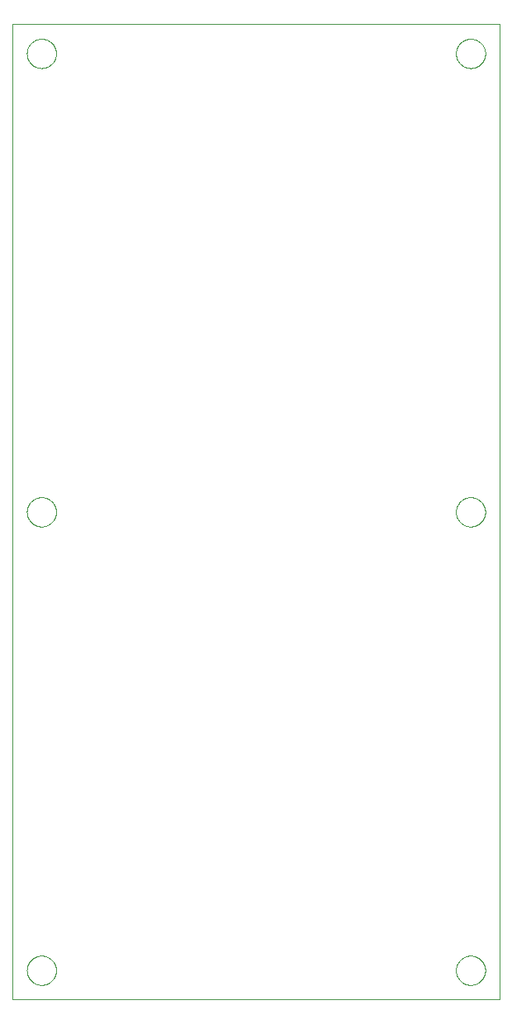
<source format=gbo>
G75*
%MOIN*%
%OFA0B0*%
%FSLAX25Y25*%
%IPPOS*%
%LPD*%
%AMOC8*
5,1,8,0,0,1.08239X$1,22.5*
%
%ADD10C,0.00000*%
D10*
X0001400Y0001400D02*
X0001400Y0395101D01*
X0198250Y0395101D01*
X0198250Y0001400D01*
X0001400Y0001400D01*
X0007305Y0013211D02*
X0007307Y0013364D01*
X0007313Y0013518D01*
X0007323Y0013671D01*
X0007337Y0013823D01*
X0007355Y0013976D01*
X0007377Y0014127D01*
X0007402Y0014278D01*
X0007432Y0014429D01*
X0007466Y0014579D01*
X0007503Y0014727D01*
X0007544Y0014875D01*
X0007589Y0015021D01*
X0007638Y0015167D01*
X0007691Y0015311D01*
X0007747Y0015453D01*
X0007807Y0015594D01*
X0007871Y0015734D01*
X0007938Y0015872D01*
X0008009Y0016008D01*
X0008084Y0016142D01*
X0008161Y0016274D01*
X0008243Y0016404D01*
X0008327Y0016532D01*
X0008415Y0016658D01*
X0008506Y0016781D01*
X0008600Y0016902D01*
X0008698Y0017020D01*
X0008798Y0017136D01*
X0008902Y0017249D01*
X0009008Y0017360D01*
X0009117Y0017468D01*
X0009229Y0017573D01*
X0009343Y0017674D01*
X0009461Y0017773D01*
X0009580Y0017869D01*
X0009702Y0017962D01*
X0009827Y0018051D01*
X0009954Y0018138D01*
X0010083Y0018220D01*
X0010214Y0018300D01*
X0010347Y0018376D01*
X0010482Y0018449D01*
X0010619Y0018518D01*
X0010758Y0018583D01*
X0010898Y0018645D01*
X0011040Y0018703D01*
X0011183Y0018758D01*
X0011328Y0018809D01*
X0011474Y0018856D01*
X0011621Y0018899D01*
X0011769Y0018938D01*
X0011918Y0018974D01*
X0012068Y0019005D01*
X0012219Y0019033D01*
X0012370Y0019057D01*
X0012523Y0019077D01*
X0012675Y0019093D01*
X0012828Y0019105D01*
X0012981Y0019113D01*
X0013134Y0019117D01*
X0013288Y0019117D01*
X0013441Y0019113D01*
X0013594Y0019105D01*
X0013747Y0019093D01*
X0013899Y0019077D01*
X0014052Y0019057D01*
X0014203Y0019033D01*
X0014354Y0019005D01*
X0014504Y0018974D01*
X0014653Y0018938D01*
X0014801Y0018899D01*
X0014948Y0018856D01*
X0015094Y0018809D01*
X0015239Y0018758D01*
X0015382Y0018703D01*
X0015524Y0018645D01*
X0015664Y0018583D01*
X0015803Y0018518D01*
X0015940Y0018449D01*
X0016075Y0018376D01*
X0016208Y0018300D01*
X0016339Y0018220D01*
X0016468Y0018138D01*
X0016595Y0018051D01*
X0016720Y0017962D01*
X0016842Y0017869D01*
X0016961Y0017773D01*
X0017079Y0017674D01*
X0017193Y0017573D01*
X0017305Y0017468D01*
X0017414Y0017360D01*
X0017520Y0017249D01*
X0017624Y0017136D01*
X0017724Y0017020D01*
X0017822Y0016902D01*
X0017916Y0016781D01*
X0018007Y0016658D01*
X0018095Y0016532D01*
X0018179Y0016404D01*
X0018261Y0016274D01*
X0018338Y0016142D01*
X0018413Y0016008D01*
X0018484Y0015872D01*
X0018551Y0015734D01*
X0018615Y0015594D01*
X0018675Y0015453D01*
X0018731Y0015311D01*
X0018784Y0015167D01*
X0018833Y0015021D01*
X0018878Y0014875D01*
X0018919Y0014727D01*
X0018956Y0014579D01*
X0018990Y0014429D01*
X0019020Y0014278D01*
X0019045Y0014127D01*
X0019067Y0013976D01*
X0019085Y0013823D01*
X0019099Y0013671D01*
X0019109Y0013518D01*
X0019115Y0013364D01*
X0019117Y0013211D01*
X0019115Y0013058D01*
X0019109Y0012904D01*
X0019099Y0012751D01*
X0019085Y0012599D01*
X0019067Y0012446D01*
X0019045Y0012295D01*
X0019020Y0012144D01*
X0018990Y0011993D01*
X0018956Y0011843D01*
X0018919Y0011695D01*
X0018878Y0011547D01*
X0018833Y0011401D01*
X0018784Y0011255D01*
X0018731Y0011111D01*
X0018675Y0010969D01*
X0018615Y0010828D01*
X0018551Y0010688D01*
X0018484Y0010550D01*
X0018413Y0010414D01*
X0018338Y0010280D01*
X0018261Y0010148D01*
X0018179Y0010018D01*
X0018095Y0009890D01*
X0018007Y0009764D01*
X0017916Y0009641D01*
X0017822Y0009520D01*
X0017724Y0009402D01*
X0017624Y0009286D01*
X0017520Y0009173D01*
X0017414Y0009062D01*
X0017305Y0008954D01*
X0017193Y0008849D01*
X0017079Y0008748D01*
X0016961Y0008649D01*
X0016842Y0008553D01*
X0016720Y0008460D01*
X0016595Y0008371D01*
X0016468Y0008284D01*
X0016339Y0008202D01*
X0016208Y0008122D01*
X0016075Y0008046D01*
X0015940Y0007973D01*
X0015803Y0007904D01*
X0015664Y0007839D01*
X0015524Y0007777D01*
X0015382Y0007719D01*
X0015239Y0007664D01*
X0015094Y0007613D01*
X0014948Y0007566D01*
X0014801Y0007523D01*
X0014653Y0007484D01*
X0014504Y0007448D01*
X0014354Y0007417D01*
X0014203Y0007389D01*
X0014052Y0007365D01*
X0013899Y0007345D01*
X0013747Y0007329D01*
X0013594Y0007317D01*
X0013441Y0007309D01*
X0013288Y0007305D01*
X0013134Y0007305D01*
X0012981Y0007309D01*
X0012828Y0007317D01*
X0012675Y0007329D01*
X0012523Y0007345D01*
X0012370Y0007365D01*
X0012219Y0007389D01*
X0012068Y0007417D01*
X0011918Y0007448D01*
X0011769Y0007484D01*
X0011621Y0007523D01*
X0011474Y0007566D01*
X0011328Y0007613D01*
X0011183Y0007664D01*
X0011040Y0007719D01*
X0010898Y0007777D01*
X0010758Y0007839D01*
X0010619Y0007904D01*
X0010482Y0007973D01*
X0010347Y0008046D01*
X0010214Y0008122D01*
X0010083Y0008202D01*
X0009954Y0008284D01*
X0009827Y0008371D01*
X0009702Y0008460D01*
X0009580Y0008553D01*
X0009461Y0008649D01*
X0009343Y0008748D01*
X0009229Y0008849D01*
X0009117Y0008954D01*
X0009008Y0009062D01*
X0008902Y0009173D01*
X0008798Y0009286D01*
X0008698Y0009402D01*
X0008600Y0009520D01*
X0008506Y0009641D01*
X0008415Y0009764D01*
X0008327Y0009890D01*
X0008243Y0010018D01*
X0008161Y0010148D01*
X0008084Y0010280D01*
X0008009Y0010414D01*
X0007938Y0010550D01*
X0007871Y0010688D01*
X0007807Y0010828D01*
X0007747Y0010969D01*
X0007691Y0011111D01*
X0007638Y0011255D01*
X0007589Y0011401D01*
X0007544Y0011547D01*
X0007503Y0011695D01*
X0007466Y0011843D01*
X0007432Y0011993D01*
X0007402Y0012144D01*
X0007377Y0012295D01*
X0007355Y0012446D01*
X0007337Y0012599D01*
X0007323Y0012751D01*
X0007313Y0012904D01*
X0007307Y0013058D01*
X0007305Y0013211D01*
X0007305Y0198250D02*
X0007307Y0198403D01*
X0007313Y0198557D01*
X0007323Y0198710D01*
X0007337Y0198862D01*
X0007355Y0199015D01*
X0007377Y0199166D01*
X0007402Y0199317D01*
X0007432Y0199468D01*
X0007466Y0199618D01*
X0007503Y0199766D01*
X0007544Y0199914D01*
X0007589Y0200060D01*
X0007638Y0200206D01*
X0007691Y0200350D01*
X0007747Y0200492D01*
X0007807Y0200633D01*
X0007871Y0200773D01*
X0007938Y0200911D01*
X0008009Y0201047D01*
X0008084Y0201181D01*
X0008161Y0201313D01*
X0008243Y0201443D01*
X0008327Y0201571D01*
X0008415Y0201697D01*
X0008506Y0201820D01*
X0008600Y0201941D01*
X0008698Y0202059D01*
X0008798Y0202175D01*
X0008902Y0202288D01*
X0009008Y0202399D01*
X0009117Y0202507D01*
X0009229Y0202612D01*
X0009343Y0202713D01*
X0009461Y0202812D01*
X0009580Y0202908D01*
X0009702Y0203001D01*
X0009827Y0203090D01*
X0009954Y0203177D01*
X0010083Y0203259D01*
X0010214Y0203339D01*
X0010347Y0203415D01*
X0010482Y0203488D01*
X0010619Y0203557D01*
X0010758Y0203622D01*
X0010898Y0203684D01*
X0011040Y0203742D01*
X0011183Y0203797D01*
X0011328Y0203848D01*
X0011474Y0203895D01*
X0011621Y0203938D01*
X0011769Y0203977D01*
X0011918Y0204013D01*
X0012068Y0204044D01*
X0012219Y0204072D01*
X0012370Y0204096D01*
X0012523Y0204116D01*
X0012675Y0204132D01*
X0012828Y0204144D01*
X0012981Y0204152D01*
X0013134Y0204156D01*
X0013288Y0204156D01*
X0013441Y0204152D01*
X0013594Y0204144D01*
X0013747Y0204132D01*
X0013899Y0204116D01*
X0014052Y0204096D01*
X0014203Y0204072D01*
X0014354Y0204044D01*
X0014504Y0204013D01*
X0014653Y0203977D01*
X0014801Y0203938D01*
X0014948Y0203895D01*
X0015094Y0203848D01*
X0015239Y0203797D01*
X0015382Y0203742D01*
X0015524Y0203684D01*
X0015664Y0203622D01*
X0015803Y0203557D01*
X0015940Y0203488D01*
X0016075Y0203415D01*
X0016208Y0203339D01*
X0016339Y0203259D01*
X0016468Y0203177D01*
X0016595Y0203090D01*
X0016720Y0203001D01*
X0016842Y0202908D01*
X0016961Y0202812D01*
X0017079Y0202713D01*
X0017193Y0202612D01*
X0017305Y0202507D01*
X0017414Y0202399D01*
X0017520Y0202288D01*
X0017624Y0202175D01*
X0017724Y0202059D01*
X0017822Y0201941D01*
X0017916Y0201820D01*
X0018007Y0201697D01*
X0018095Y0201571D01*
X0018179Y0201443D01*
X0018261Y0201313D01*
X0018338Y0201181D01*
X0018413Y0201047D01*
X0018484Y0200911D01*
X0018551Y0200773D01*
X0018615Y0200633D01*
X0018675Y0200492D01*
X0018731Y0200350D01*
X0018784Y0200206D01*
X0018833Y0200060D01*
X0018878Y0199914D01*
X0018919Y0199766D01*
X0018956Y0199618D01*
X0018990Y0199468D01*
X0019020Y0199317D01*
X0019045Y0199166D01*
X0019067Y0199015D01*
X0019085Y0198862D01*
X0019099Y0198710D01*
X0019109Y0198557D01*
X0019115Y0198403D01*
X0019117Y0198250D01*
X0019115Y0198097D01*
X0019109Y0197943D01*
X0019099Y0197790D01*
X0019085Y0197638D01*
X0019067Y0197485D01*
X0019045Y0197334D01*
X0019020Y0197183D01*
X0018990Y0197032D01*
X0018956Y0196882D01*
X0018919Y0196734D01*
X0018878Y0196586D01*
X0018833Y0196440D01*
X0018784Y0196294D01*
X0018731Y0196150D01*
X0018675Y0196008D01*
X0018615Y0195867D01*
X0018551Y0195727D01*
X0018484Y0195589D01*
X0018413Y0195453D01*
X0018338Y0195319D01*
X0018261Y0195187D01*
X0018179Y0195057D01*
X0018095Y0194929D01*
X0018007Y0194803D01*
X0017916Y0194680D01*
X0017822Y0194559D01*
X0017724Y0194441D01*
X0017624Y0194325D01*
X0017520Y0194212D01*
X0017414Y0194101D01*
X0017305Y0193993D01*
X0017193Y0193888D01*
X0017079Y0193787D01*
X0016961Y0193688D01*
X0016842Y0193592D01*
X0016720Y0193499D01*
X0016595Y0193410D01*
X0016468Y0193323D01*
X0016339Y0193241D01*
X0016208Y0193161D01*
X0016075Y0193085D01*
X0015940Y0193012D01*
X0015803Y0192943D01*
X0015664Y0192878D01*
X0015524Y0192816D01*
X0015382Y0192758D01*
X0015239Y0192703D01*
X0015094Y0192652D01*
X0014948Y0192605D01*
X0014801Y0192562D01*
X0014653Y0192523D01*
X0014504Y0192487D01*
X0014354Y0192456D01*
X0014203Y0192428D01*
X0014052Y0192404D01*
X0013899Y0192384D01*
X0013747Y0192368D01*
X0013594Y0192356D01*
X0013441Y0192348D01*
X0013288Y0192344D01*
X0013134Y0192344D01*
X0012981Y0192348D01*
X0012828Y0192356D01*
X0012675Y0192368D01*
X0012523Y0192384D01*
X0012370Y0192404D01*
X0012219Y0192428D01*
X0012068Y0192456D01*
X0011918Y0192487D01*
X0011769Y0192523D01*
X0011621Y0192562D01*
X0011474Y0192605D01*
X0011328Y0192652D01*
X0011183Y0192703D01*
X0011040Y0192758D01*
X0010898Y0192816D01*
X0010758Y0192878D01*
X0010619Y0192943D01*
X0010482Y0193012D01*
X0010347Y0193085D01*
X0010214Y0193161D01*
X0010083Y0193241D01*
X0009954Y0193323D01*
X0009827Y0193410D01*
X0009702Y0193499D01*
X0009580Y0193592D01*
X0009461Y0193688D01*
X0009343Y0193787D01*
X0009229Y0193888D01*
X0009117Y0193993D01*
X0009008Y0194101D01*
X0008902Y0194212D01*
X0008798Y0194325D01*
X0008698Y0194441D01*
X0008600Y0194559D01*
X0008506Y0194680D01*
X0008415Y0194803D01*
X0008327Y0194929D01*
X0008243Y0195057D01*
X0008161Y0195187D01*
X0008084Y0195319D01*
X0008009Y0195453D01*
X0007938Y0195589D01*
X0007871Y0195727D01*
X0007807Y0195867D01*
X0007747Y0196008D01*
X0007691Y0196150D01*
X0007638Y0196294D01*
X0007589Y0196440D01*
X0007544Y0196586D01*
X0007503Y0196734D01*
X0007466Y0196882D01*
X0007432Y0197032D01*
X0007402Y0197183D01*
X0007377Y0197334D01*
X0007355Y0197485D01*
X0007337Y0197638D01*
X0007323Y0197790D01*
X0007313Y0197943D01*
X0007307Y0198097D01*
X0007305Y0198250D01*
X0007305Y0383290D02*
X0007307Y0383443D01*
X0007313Y0383597D01*
X0007323Y0383750D01*
X0007337Y0383902D01*
X0007355Y0384055D01*
X0007377Y0384206D01*
X0007402Y0384357D01*
X0007432Y0384508D01*
X0007466Y0384658D01*
X0007503Y0384806D01*
X0007544Y0384954D01*
X0007589Y0385100D01*
X0007638Y0385246D01*
X0007691Y0385390D01*
X0007747Y0385532D01*
X0007807Y0385673D01*
X0007871Y0385813D01*
X0007938Y0385951D01*
X0008009Y0386087D01*
X0008084Y0386221D01*
X0008161Y0386353D01*
X0008243Y0386483D01*
X0008327Y0386611D01*
X0008415Y0386737D01*
X0008506Y0386860D01*
X0008600Y0386981D01*
X0008698Y0387099D01*
X0008798Y0387215D01*
X0008902Y0387328D01*
X0009008Y0387439D01*
X0009117Y0387547D01*
X0009229Y0387652D01*
X0009343Y0387753D01*
X0009461Y0387852D01*
X0009580Y0387948D01*
X0009702Y0388041D01*
X0009827Y0388130D01*
X0009954Y0388217D01*
X0010083Y0388299D01*
X0010214Y0388379D01*
X0010347Y0388455D01*
X0010482Y0388528D01*
X0010619Y0388597D01*
X0010758Y0388662D01*
X0010898Y0388724D01*
X0011040Y0388782D01*
X0011183Y0388837D01*
X0011328Y0388888D01*
X0011474Y0388935D01*
X0011621Y0388978D01*
X0011769Y0389017D01*
X0011918Y0389053D01*
X0012068Y0389084D01*
X0012219Y0389112D01*
X0012370Y0389136D01*
X0012523Y0389156D01*
X0012675Y0389172D01*
X0012828Y0389184D01*
X0012981Y0389192D01*
X0013134Y0389196D01*
X0013288Y0389196D01*
X0013441Y0389192D01*
X0013594Y0389184D01*
X0013747Y0389172D01*
X0013899Y0389156D01*
X0014052Y0389136D01*
X0014203Y0389112D01*
X0014354Y0389084D01*
X0014504Y0389053D01*
X0014653Y0389017D01*
X0014801Y0388978D01*
X0014948Y0388935D01*
X0015094Y0388888D01*
X0015239Y0388837D01*
X0015382Y0388782D01*
X0015524Y0388724D01*
X0015664Y0388662D01*
X0015803Y0388597D01*
X0015940Y0388528D01*
X0016075Y0388455D01*
X0016208Y0388379D01*
X0016339Y0388299D01*
X0016468Y0388217D01*
X0016595Y0388130D01*
X0016720Y0388041D01*
X0016842Y0387948D01*
X0016961Y0387852D01*
X0017079Y0387753D01*
X0017193Y0387652D01*
X0017305Y0387547D01*
X0017414Y0387439D01*
X0017520Y0387328D01*
X0017624Y0387215D01*
X0017724Y0387099D01*
X0017822Y0386981D01*
X0017916Y0386860D01*
X0018007Y0386737D01*
X0018095Y0386611D01*
X0018179Y0386483D01*
X0018261Y0386353D01*
X0018338Y0386221D01*
X0018413Y0386087D01*
X0018484Y0385951D01*
X0018551Y0385813D01*
X0018615Y0385673D01*
X0018675Y0385532D01*
X0018731Y0385390D01*
X0018784Y0385246D01*
X0018833Y0385100D01*
X0018878Y0384954D01*
X0018919Y0384806D01*
X0018956Y0384658D01*
X0018990Y0384508D01*
X0019020Y0384357D01*
X0019045Y0384206D01*
X0019067Y0384055D01*
X0019085Y0383902D01*
X0019099Y0383750D01*
X0019109Y0383597D01*
X0019115Y0383443D01*
X0019117Y0383290D01*
X0019115Y0383137D01*
X0019109Y0382983D01*
X0019099Y0382830D01*
X0019085Y0382678D01*
X0019067Y0382525D01*
X0019045Y0382374D01*
X0019020Y0382223D01*
X0018990Y0382072D01*
X0018956Y0381922D01*
X0018919Y0381774D01*
X0018878Y0381626D01*
X0018833Y0381480D01*
X0018784Y0381334D01*
X0018731Y0381190D01*
X0018675Y0381048D01*
X0018615Y0380907D01*
X0018551Y0380767D01*
X0018484Y0380629D01*
X0018413Y0380493D01*
X0018338Y0380359D01*
X0018261Y0380227D01*
X0018179Y0380097D01*
X0018095Y0379969D01*
X0018007Y0379843D01*
X0017916Y0379720D01*
X0017822Y0379599D01*
X0017724Y0379481D01*
X0017624Y0379365D01*
X0017520Y0379252D01*
X0017414Y0379141D01*
X0017305Y0379033D01*
X0017193Y0378928D01*
X0017079Y0378827D01*
X0016961Y0378728D01*
X0016842Y0378632D01*
X0016720Y0378539D01*
X0016595Y0378450D01*
X0016468Y0378363D01*
X0016339Y0378281D01*
X0016208Y0378201D01*
X0016075Y0378125D01*
X0015940Y0378052D01*
X0015803Y0377983D01*
X0015664Y0377918D01*
X0015524Y0377856D01*
X0015382Y0377798D01*
X0015239Y0377743D01*
X0015094Y0377692D01*
X0014948Y0377645D01*
X0014801Y0377602D01*
X0014653Y0377563D01*
X0014504Y0377527D01*
X0014354Y0377496D01*
X0014203Y0377468D01*
X0014052Y0377444D01*
X0013899Y0377424D01*
X0013747Y0377408D01*
X0013594Y0377396D01*
X0013441Y0377388D01*
X0013288Y0377384D01*
X0013134Y0377384D01*
X0012981Y0377388D01*
X0012828Y0377396D01*
X0012675Y0377408D01*
X0012523Y0377424D01*
X0012370Y0377444D01*
X0012219Y0377468D01*
X0012068Y0377496D01*
X0011918Y0377527D01*
X0011769Y0377563D01*
X0011621Y0377602D01*
X0011474Y0377645D01*
X0011328Y0377692D01*
X0011183Y0377743D01*
X0011040Y0377798D01*
X0010898Y0377856D01*
X0010758Y0377918D01*
X0010619Y0377983D01*
X0010482Y0378052D01*
X0010347Y0378125D01*
X0010214Y0378201D01*
X0010083Y0378281D01*
X0009954Y0378363D01*
X0009827Y0378450D01*
X0009702Y0378539D01*
X0009580Y0378632D01*
X0009461Y0378728D01*
X0009343Y0378827D01*
X0009229Y0378928D01*
X0009117Y0379033D01*
X0009008Y0379141D01*
X0008902Y0379252D01*
X0008798Y0379365D01*
X0008698Y0379481D01*
X0008600Y0379599D01*
X0008506Y0379720D01*
X0008415Y0379843D01*
X0008327Y0379969D01*
X0008243Y0380097D01*
X0008161Y0380227D01*
X0008084Y0380359D01*
X0008009Y0380493D01*
X0007938Y0380629D01*
X0007871Y0380767D01*
X0007807Y0380907D01*
X0007747Y0381048D01*
X0007691Y0381190D01*
X0007638Y0381334D01*
X0007589Y0381480D01*
X0007544Y0381626D01*
X0007503Y0381774D01*
X0007466Y0381922D01*
X0007432Y0382072D01*
X0007402Y0382223D01*
X0007377Y0382374D01*
X0007355Y0382525D01*
X0007337Y0382678D01*
X0007323Y0382830D01*
X0007313Y0382983D01*
X0007307Y0383137D01*
X0007305Y0383290D01*
X0180533Y0383290D02*
X0180535Y0383443D01*
X0180541Y0383597D01*
X0180551Y0383750D01*
X0180565Y0383902D01*
X0180583Y0384055D01*
X0180605Y0384206D01*
X0180630Y0384357D01*
X0180660Y0384508D01*
X0180694Y0384658D01*
X0180731Y0384806D01*
X0180772Y0384954D01*
X0180817Y0385100D01*
X0180866Y0385246D01*
X0180919Y0385390D01*
X0180975Y0385532D01*
X0181035Y0385673D01*
X0181099Y0385813D01*
X0181166Y0385951D01*
X0181237Y0386087D01*
X0181312Y0386221D01*
X0181389Y0386353D01*
X0181471Y0386483D01*
X0181555Y0386611D01*
X0181643Y0386737D01*
X0181734Y0386860D01*
X0181828Y0386981D01*
X0181926Y0387099D01*
X0182026Y0387215D01*
X0182130Y0387328D01*
X0182236Y0387439D01*
X0182345Y0387547D01*
X0182457Y0387652D01*
X0182571Y0387753D01*
X0182689Y0387852D01*
X0182808Y0387948D01*
X0182930Y0388041D01*
X0183055Y0388130D01*
X0183182Y0388217D01*
X0183311Y0388299D01*
X0183442Y0388379D01*
X0183575Y0388455D01*
X0183710Y0388528D01*
X0183847Y0388597D01*
X0183986Y0388662D01*
X0184126Y0388724D01*
X0184268Y0388782D01*
X0184411Y0388837D01*
X0184556Y0388888D01*
X0184702Y0388935D01*
X0184849Y0388978D01*
X0184997Y0389017D01*
X0185146Y0389053D01*
X0185296Y0389084D01*
X0185447Y0389112D01*
X0185598Y0389136D01*
X0185751Y0389156D01*
X0185903Y0389172D01*
X0186056Y0389184D01*
X0186209Y0389192D01*
X0186362Y0389196D01*
X0186516Y0389196D01*
X0186669Y0389192D01*
X0186822Y0389184D01*
X0186975Y0389172D01*
X0187127Y0389156D01*
X0187280Y0389136D01*
X0187431Y0389112D01*
X0187582Y0389084D01*
X0187732Y0389053D01*
X0187881Y0389017D01*
X0188029Y0388978D01*
X0188176Y0388935D01*
X0188322Y0388888D01*
X0188467Y0388837D01*
X0188610Y0388782D01*
X0188752Y0388724D01*
X0188892Y0388662D01*
X0189031Y0388597D01*
X0189168Y0388528D01*
X0189303Y0388455D01*
X0189436Y0388379D01*
X0189567Y0388299D01*
X0189696Y0388217D01*
X0189823Y0388130D01*
X0189948Y0388041D01*
X0190070Y0387948D01*
X0190189Y0387852D01*
X0190307Y0387753D01*
X0190421Y0387652D01*
X0190533Y0387547D01*
X0190642Y0387439D01*
X0190748Y0387328D01*
X0190852Y0387215D01*
X0190952Y0387099D01*
X0191050Y0386981D01*
X0191144Y0386860D01*
X0191235Y0386737D01*
X0191323Y0386611D01*
X0191407Y0386483D01*
X0191489Y0386353D01*
X0191566Y0386221D01*
X0191641Y0386087D01*
X0191712Y0385951D01*
X0191779Y0385813D01*
X0191843Y0385673D01*
X0191903Y0385532D01*
X0191959Y0385390D01*
X0192012Y0385246D01*
X0192061Y0385100D01*
X0192106Y0384954D01*
X0192147Y0384806D01*
X0192184Y0384658D01*
X0192218Y0384508D01*
X0192248Y0384357D01*
X0192273Y0384206D01*
X0192295Y0384055D01*
X0192313Y0383902D01*
X0192327Y0383750D01*
X0192337Y0383597D01*
X0192343Y0383443D01*
X0192345Y0383290D01*
X0192343Y0383137D01*
X0192337Y0382983D01*
X0192327Y0382830D01*
X0192313Y0382678D01*
X0192295Y0382525D01*
X0192273Y0382374D01*
X0192248Y0382223D01*
X0192218Y0382072D01*
X0192184Y0381922D01*
X0192147Y0381774D01*
X0192106Y0381626D01*
X0192061Y0381480D01*
X0192012Y0381334D01*
X0191959Y0381190D01*
X0191903Y0381048D01*
X0191843Y0380907D01*
X0191779Y0380767D01*
X0191712Y0380629D01*
X0191641Y0380493D01*
X0191566Y0380359D01*
X0191489Y0380227D01*
X0191407Y0380097D01*
X0191323Y0379969D01*
X0191235Y0379843D01*
X0191144Y0379720D01*
X0191050Y0379599D01*
X0190952Y0379481D01*
X0190852Y0379365D01*
X0190748Y0379252D01*
X0190642Y0379141D01*
X0190533Y0379033D01*
X0190421Y0378928D01*
X0190307Y0378827D01*
X0190189Y0378728D01*
X0190070Y0378632D01*
X0189948Y0378539D01*
X0189823Y0378450D01*
X0189696Y0378363D01*
X0189567Y0378281D01*
X0189436Y0378201D01*
X0189303Y0378125D01*
X0189168Y0378052D01*
X0189031Y0377983D01*
X0188892Y0377918D01*
X0188752Y0377856D01*
X0188610Y0377798D01*
X0188467Y0377743D01*
X0188322Y0377692D01*
X0188176Y0377645D01*
X0188029Y0377602D01*
X0187881Y0377563D01*
X0187732Y0377527D01*
X0187582Y0377496D01*
X0187431Y0377468D01*
X0187280Y0377444D01*
X0187127Y0377424D01*
X0186975Y0377408D01*
X0186822Y0377396D01*
X0186669Y0377388D01*
X0186516Y0377384D01*
X0186362Y0377384D01*
X0186209Y0377388D01*
X0186056Y0377396D01*
X0185903Y0377408D01*
X0185751Y0377424D01*
X0185598Y0377444D01*
X0185447Y0377468D01*
X0185296Y0377496D01*
X0185146Y0377527D01*
X0184997Y0377563D01*
X0184849Y0377602D01*
X0184702Y0377645D01*
X0184556Y0377692D01*
X0184411Y0377743D01*
X0184268Y0377798D01*
X0184126Y0377856D01*
X0183986Y0377918D01*
X0183847Y0377983D01*
X0183710Y0378052D01*
X0183575Y0378125D01*
X0183442Y0378201D01*
X0183311Y0378281D01*
X0183182Y0378363D01*
X0183055Y0378450D01*
X0182930Y0378539D01*
X0182808Y0378632D01*
X0182689Y0378728D01*
X0182571Y0378827D01*
X0182457Y0378928D01*
X0182345Y0379033D01*
X0182236Y0379141D01*
X0182130Y0379252D01*
X0182026Y0379365D01*
X0181926Y0379481D01*
X0181828Y0379599D01*
X0181734Y0379720D01*
X0181643Y0379843D01*
X0181555Y0379969D01*
X0181471Y0380097D01*
X0181389Y0380227D01*
X0181312Y0380359D01*
X0181237Y0380493D01*
X0181166Y0380629D01*
X0181099Y0380767D01*
X0181035Y0380907D01*
X0180975Y0381048D01*
X0180919Y0381190D01*
X0180866Y0381334D01*
X0180817Y0381480D01*
X0180772Y0381626D01*
X0180731Y0381774D01*
X0180694Y0381922D01*
X0180660Y0382072D01*
X0180630Y0382223D01*
X0180605Y0382374D01*
X0180583Y0382525D01*
X0180565Y0382678D01*
X0180551Y0382830D01*
X0180541Y0382983D01*
X0180535Y0383137D01*
X0180533Y0383290D01*
X0180533Y0198250D02*
X0180535Y0198403D01*
X0180541Y0198557D01*
X0180551Y0198710D01*
X0180565Y0198862D01*
X0180583Y0199015D01*
X0180605Y0199166D01*
X0180630Y0199317D01*
X0180660Y0199468D01*
X0180694Y0199618D01*
X0180731Y0199766D01*
X0180772Y0199914D01*
X0180817Y0200060D01*
X0180866Y0200206D01*
X0180919Y0200350D01*
X0180975Y0200492D01*
X0181035Y0200633D01*
X0181099Y0200773D01*
X0181166Y0200911D01*
X0181237Y0201047D01*
X0181312Y0201181D01*
X0181389Y0201313D01*
X0181471Y0201443D01*
X0181555Y0201571D01*
X0181643Y0201697D01*
X0181734Y0201820D01*
X0181828Y0201941D01*
X0181926Y0202059D01*
X0182026Y0202175D01*
X0182130Y0202288D01*
X0182236Y0202399D01*
X0182345Y0202507D01*
X0182457Y0202612D01*
X0182571Y0202713D01*
X0182689Y0202812D01*
X0182808Y0202908D01*
X0182930Y0203001D01*
X0183055Y0203090D01*
X0183182Y0203177D01*
X0183311Y0203259D01*
X0183442Y0203339D01*
X0183575Y0203415D01*
X0183710Y0203488D01*
X0183847Y0203557D01*
X0183986Y0203622D01*
X0184126Y0203684D01*
X0184268Y0203742D01*
X0184411Y0203797D01*
X0184556Y0203848D01*
X0184702Y0203895D01*
X0184849Y0203938D01*
X0184997Y0203977D01*
X0185146Y0204013D01*
X0185296Y0204044D01*
X0185447Y0204072D01*
X0185598Y0204096D01*
X0185751Y0204116D01*
X0185903Y0204132D01*
X0186056Y0204144D01*
X0186209Y0204152D01*
X0186362Y0204156D01*
X0186516Y0204156D01*
X0186669Y0204152D01*
X0186822Y0204144D01*
X0186975Y0204132D01*
X0187127Y0204116D01*
X0187280Y0204096D01*
X0187431Y0204072D01*
X0187582Y0204044D01*
X0187732Y0204013D01*
X0187881Y0203977D01*
X0188029Y0203938D01*
X0188176Y0203895D01*
X0188322Y0203848D01*
X0188467Y0203797D01*
X0188610Y0203742D01*
X0188752Y0203684D01*
X0188892Y0203622D01*
X0189031Y0203557D01*
X0189168Y0203488D01*
X0189303Y0203415D01*
X0189436Y0203339D01*
X0189567Y0203259D01*
X0189696Y0203177D01*
X0189823Y0203090D01*
X0189948Y0203001D01*
X0190070Y0202908D01*
X0190189Y0202812D01*
X0190307Y0202713D01*
X0190421Y0202612D01*
X0190533Y0202507D01*
X0190642Y0202399D01*
X0190748Y0202288D01*
X0190852Y0202175D01*
X0190952Y0202059D01*
X0191050Y0201941D01*
X0191144Y0201820D01*
X0191235Y0201697D01*
X0191323Y0201571D01*
X0191407Y0201443D01*
X0191489Y0201313D01*
X0191566Y0201181D01*
X0191641Y0201047D01*
X0191712Y0200911D01*
X0191779Y0200773D01*
X0191843Y0200633D01*
X0191903Y0200492D01*
X0191959Y0200350D01*
X0192012Y0200206D01*
X0192061Y0200060D01*
X0192106Y0199914D01*
X0192147Y0199766D01*
X0192184Y0199618D01*
X0192218Y0199468D01*
X0192248Y0199317D01*
X0192273Y0199166D01*
X0192295Y0199015D01*
X0192313Y0198862D01*
X0192327Y0198710D01*
X0192337Y0198557D01*
X0192343Y0198403D01*
X0192345Y0198250D01*
X0192343Y0198097D01*
X0192337Y0197943D01*
X0192327Y0197790D01*
X0192313Y0197638D01*
X0192295Y0197485D01*
X0192273Y0197334D01*
X0192248Y0197183D01*
X0192218Y0197032D01*
X0192184Y0196882D01*
X0192147Y0196734D01*
X0192106Y0196586D01*
X0192061Y0196440D01*
X0192012Y0196294D01*
X0191959Y0196150D01*
X0191903Y0196008D01*
X0191843Y0195867D01*
X0191779Y0195727D01*
X0191712Y0195589D01*
X0191641Y0195453D01*
X0191566Y0195319D01*
X0191489Y0195187D01*
X0191407Y0195057D01*
X0191323Y0194929D01*
X0191235Y0194803D01*
X0191144Y0194680D01*
X0191050Y0194559D01*
X0190952Y0194441D01*
X0190852Y0194325D01*
X0190748Y0194212D01*
X0190642Y0194101D01*
X0190533Y0193993D01*
X0190421Y0193888D01*
X0190307Y0193787D01*
X0190189Y0193688D01*
X0190070Y0193592D01*
X0189948Y0193499D01*
X0189823Y0193410D01*
X0189696Y0193323D01*
X0189567Y0193241D01*
X0189436Y0193161D01*
X0189303Y0193085D01*
X0189168Y0193012D01*
X0189031Y0192943D01*
X0188892Y0192878D01*
X0188752Y0192816D01*
X0188610Y0192758D01*
X0188467Y0192703D01*
X0188322Y0192652D01*
X0188176Y0192605D01*
X0188029Y0192562D01*
X0187881Y0192523D01*
X0187732Y0192487D01*
X0187582Y0192456D01*
X0187431Y0192428D01*
X0187280Y0192404D01*
X0187127Y0192384D01*
X0186975Y0192368D01*
X0186822Y0192356D01*
X0186669Y0192348D01*
X0186516Y0192344D01*
X0186362Y0192344D01*
X0186209Y0192348D01*
X0186056Y0192356D01*
X0185903Y0192368D01*
X0185751Y0192384D01*
X0185598Y0192404D01*
X0185447Y0192428D01*
X0185296Y0192456D01*
X0185146Y0192487D01*
X0184997Y0192523D01*
X0184849Y0192562D01*
X0184702Y0192605D01*
X0184556Y0192652D01*
X0184411Y0192703D01*
X0184268Y0192758D01*
X0184126Y0192816D01*
X0183986Y0192878D01*
X0183847Y0192943D01*
X0183710Y0193012D01*
X0183575Y0193085D01*
X0183442Y0193161D01*
X0183311Y0193241D01*
X0183182Y0193323D01*
X0183055Y0193410D01*
X0182930Y0193499D01*
X0182808Y0193592D01*
X0182689Y0193688D01*
X0182571Y0193787D01*
X0182457Y0193888D01*
X0182345Y0193993D01*
X0182236Y0194101D01*
X0182130Y0194212D01*
X0182026Y0194325D01*
X0181926Y0194441D01*
X0181828Y0194559D01*
X0181734Y0194680D01*
X0181643Y0194803D01*
X0181555Y0194929D01*
X0181471Y0195057D01*
X0181389Y0195187D01*
X0181312Y0195319D01*
X0181237Y0195453D01*
X0181166Y0195589D01*
X0181099Y0195727D01*
X0181035Y0195867D01*
X0180975Y0196008D01*
X0180919Y0196150D01*
X0180866Y0196294D01*
X0180817Y0196440D01*
X0180772Y0196586D01*
X0180731Y0196734D01*
X0180694Y0196882D01*
X0180660Y0197032D01*
X0180630Y0197183D01*
X0180605Y0197334D01*
X0180583Y0197485D01*
X0180565Y0197638D01*
X0180551Y0197790D01*
X0180541Y0197943D01*
X0180535Y0198097D01*
X0180533Y0198250D01*
X0180533Y0013211D02*
X0180535Y0013364D01*
X0180541Y0013518D01*
X0180551Y0013671D01*
X0180565Y0013823D01*
X0180583Y0013976D01*
X0180605Y0014127D01*
X0180630Y0014278D01*
X0180660Y0014429D01*
X0180694Y0014579D01*
X0180731Y0014727D01*
X0180772Y0014875D01*
X0180817Y0015021D01*
X0180866Y0015167D01*
X0180919Y0015311D01*
X0180975Y0015453D01*
X0181035Y0015594D01*
X0181099Y0015734D01*
X0181166Y0015872D01*
X0181237Y0016008D01*
X0181312Y0016142D01*
X0181389Y0016274D01*
X0181471Y0016404D01*
X0181555Y0016532D01*
X0181643Y0016658D01*
X0181734Y0016781D01*
X0181828Y0016902D01*
X0181926Y0017020D01*
X0182026Y0017136D01*
X0182130Y0017249D01*
X0182236Y0017360D01*
X0182345Y0017468D01*
X0182457Y0017573D01*
X0182571Y0017674D01*
X0182689Y0017773D01*
X0182808Y0017869D01*
X0182930Y0017962D01*
X0183055Y0018051D01*
X0183182Y0018138D01*
X0183311Y0018220D01*
X0183442Y0018300D01*
X0183575Y0018376D01*
X0183710Y0018449D01*
X0183847Y0018518D01*
X0183986Y0018583D01*
X0184126Y0018645D01*
X0184268Y0018703D01*
X0184411Y0018758D01*
X0184556Y0018809D01*
X0184702Y0018856D01*
X0184849Y0018899D01*
X0184997Y0018938D01*
X0185146Y0018974D01*
X0185296Y0019005D01*
X0185447Y0019033D01*
X0185598Y0019057D01*
X0185751Y0019077D01*
X0185903Y0019093D01*
X0186056Y0019105D01*
X0186209Y0019113D01*
X0186362Y0019117D01*
X0186516Y0019117D01*
X0186669Y0019113D01*
X0186822Y0019105D01*
X0186975Y0019093D01*
X0187127Y0019077D01*
X0187280Y0019057D01*
X0187431Y0019033D01*
X0187582Y0019005D01*
X0187732Y0018974D01*
X0187881Y0018938D01*
X0188029Y0018899D01*
X0188176Y0018856D01*
X0188322Y0018809D01*
X0188467Y0018758D01*
X0188610Y0018703D01*
X0188752Y0018645D01*
X0188892Y0018583D01*
X0189031Y0018518D01*
X0189168Y0018449D01*
X0189303Y0018376D01*
X0189436Y0018300D01*
X0189567Y0018220D01*
X0189696Y0018138D01*
X0189823Y0018051D01*
X0189948Y0017962D01*
X0190070Y0017869D01*
X0190189Y0017773D01*
X0190307Y0017674D01*
X0190421Y0017573D01*
X0190533Y0017468D01*
X0190642Y0017360D01*
X0190748Y0017249D01*
X0190852Y0017136D01*
X0190952Y0017020D01*
X0191050Y0016902D01*
X0191144Y0016781D01*
X0191235Y0016658D01*
X0191323Y0016532D01*
X0191407Y0016404D01*
X0191489Y0016274D01*
X0191566Y0016142D01*
X0191641Y0016008D01*
X0191712Y0015872D01*
X0191779Y0015734D01*
X0191843Y0015594D01*
X0191903Y0015453D01*
X0191959Y0015311D01*
X0192012Y0015167D01*
X0192061Y0015021D01*
X0192106Y0014875D01*
X0192147Y0014727D01*
X0192184Y0014579D01*
X0192218Y0014429D01*
X0192248Y0014278D01*
X0192273Y0014127D01*
X0192295Y0013976D01*
X0192313Y0013823D01*
X0192327Y0013671D01*
X0192337Y0013518D01*
X0192343Y0013364D01*
X0192345Y0013211D01*
X0192343Y0013058D01*
X0192337Y0012904D01*
X0192327Y0012751D01*
X0192313Y0012599D01*
X0192295Y0012446D01*
X0192273Y0012295D01*
X0192248Y0012144D01*
X0192218Y0011993D01*
X0192184Y0011843D01*
X0192147Y0011695D01*
X0192106Y0011547D01*
X0192061Y0011401D01*
X0192012Y0011255D01*
X0191959Y0011111D01*
X0191903Y0010969D01*
X0191843Y0010828D01*
X0191779Y0010688D01*
X0191712Y0010550D01*
X0191641Y0010414D01*
X0191566Y0010280D01*
X0191489Y0010148D01*
X0191407Y0010018D01*
X0191323Y0009890D01*
X0191235Y0009764D01*
X0191144Y0009641D01*
X0191050Y0009520D01*
X0190952Y0009402D01*
X0190852Y0009286D01*
X0190748Y0009173D01*
X0190642Y0009062D01*
X0190533Y0008954D01*
X0190421Y0008849D01*
X0190307Y0008748D01*
X0190189Y0008649D01*
X0190070Y0008553D01*
X0189948Y0008460D01*
X0189823Y0008371D01*
X0189696Y0008284D01*
X0189567Y0008202D01*
X0189436Y0008122D01*
X0189303Y0008046D01*
X0189168Y0007973D01*
X0189031Y0007904D01*
X0188892Y0007839D01*
X0188752Y0007777D01*
X0188610Y0007719D01*
X0188467Y0007664D01*
X0188322Y0007613D01*
X0188176Y0007566D01*
X0188029Y0007523D01*
X0187881Y0007484D01*
X0187732Y0007448D01*
X0187582Y0007417D01*
X0187431Y0007389D01*
X0187280Y0007365D01*
X0187127Y0007345D01*
X0186975Y0007329D01*
X0186822Y0007317D01*
X0186669Y0007309D01*
X0186516Y0007305D01*
X0186362Y0007305D01*
X0186209Y0007309D01*
X0186056Y0007317D01*
X0185903Y0007329D01*
X0185751Y0007345D01*
X0185598Y0007365D01*
X0185447Y0007389D01*
X0185296Y0007417D01*
X0185146Y0007448D01*
X0184997Y0007484D01*
X0184849Y0007523D01*
X0184702Y0007566D01*
X0184556Y0007613D01*
X0184411Y0007664D01*
X0184268Y0007719D01*
X0184126Y0007777D01*
X0183986Y0007839D01*
X0183847Y0007904D01*
X0183710Y0007973D01*
X0183575Y0008046D01*
X0183442Y0008122D01*
X0183311Y0008202D01*
X0183182Y0008284D01*
X0183055Y0008371D01*
X0182930Y0008460D01*
X0182808Y0008553D01*
X0182689Y0008649D01*
X0182571Y0008748D01*
X0182457Y0008849D01*
X0182345Y0008954D01*
X0182236Y0009062D01*
X0182130Y0009173D01*
X0182026Y0009286D01*
X0181926Y0009402D01*
X0181828Y0009520D01*
X0181734Y0009641D01*
X0181643Y0009764D01*
X0181555Y0009890D01*
X0181471Y0010018D01*
X0181389Y0010148D01*
X0181312Y0010280D01*
X0181237Y0010414D01*
X0181166Y0010550D01*
X0181099Y0010688D01*
X0181035Y0010828D01*
X0180975Y0010969D01*
X0180919Y0011111D01*
X0180866Y0011255D01*
X0180817Y0011401D01*
X0180772Y0011547D01*
X0180731Y0011695D01*
X0180694Y0011843D01*
X0180660Y0011993D01*
X0180630Y0012144D01*
X0180605Y0012295D01*
X0180583Y0012446D01*
X0180565Y0012599D01*
X0180551Y0012751D01*
X0180541Y0012904D01*
X0180535Y0013058D01*
X0180533Y0013211D01*
M02*

</source>
